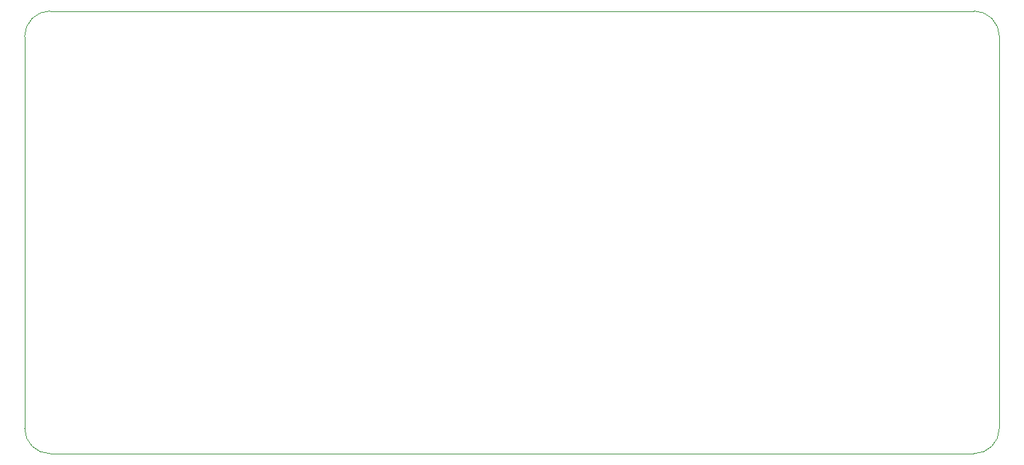
<source format=gbr>
%TF.GenerationSoftware,KiCad,Pcbnew,7.0.10*%
%TF.CreationDate,2024-04-30T16:31:27+09:00*%
%TF.ProjectId,ESP_Weight,4553505f-5765-4696-9768-742e6b696361,rev?*%
%TF.SameCoordinates,Original*%
%TF.FileFunction,Profile,NP*%
%FSLAX46Y46*%
G04 Gerber Fmt 4.6, Leading zero omitted, Abs format (unit mm)*
G04 Created by KiCad (PCBNEW 7.0.10) date 2024-04-30 16:31:27*
%MOMM*%
%LPD*%
G01*
G04 APERTURE LIST*
%TA.AperFunction,Profile*%
%ADD10C,0.050000*%
%TD*%
G04 APERTURE END LIST*
D10*
X95631000Y-77594356D02*
G75*
G03*
X92580356Y-80645000I0J-3050644D01*
G01*
X92580356Y-127505356D02*
X92580356Y-80645000D01*
X95631000Y-77594356D02*
X205994000Y-77594356D01*
X209044644Y-80645000D02*
X209044644Y-127505356D01*
X92580400Y-127505356D02*
G75*
G03*
X95631000Y-130556000I3050600J-44D01*
G01*
X205994000Y-130556000D02*
X95631000Y-130556000D01*
X205994000Y-130555944D02*
G75*
G03*
X209044644Y-127505356I100J3050544D01*
G01*
X209044644Y-80645000D02*
G75*
G03*
X205994000Y-77594356I-3050644J0D01*
G01*
M02*

</source>
